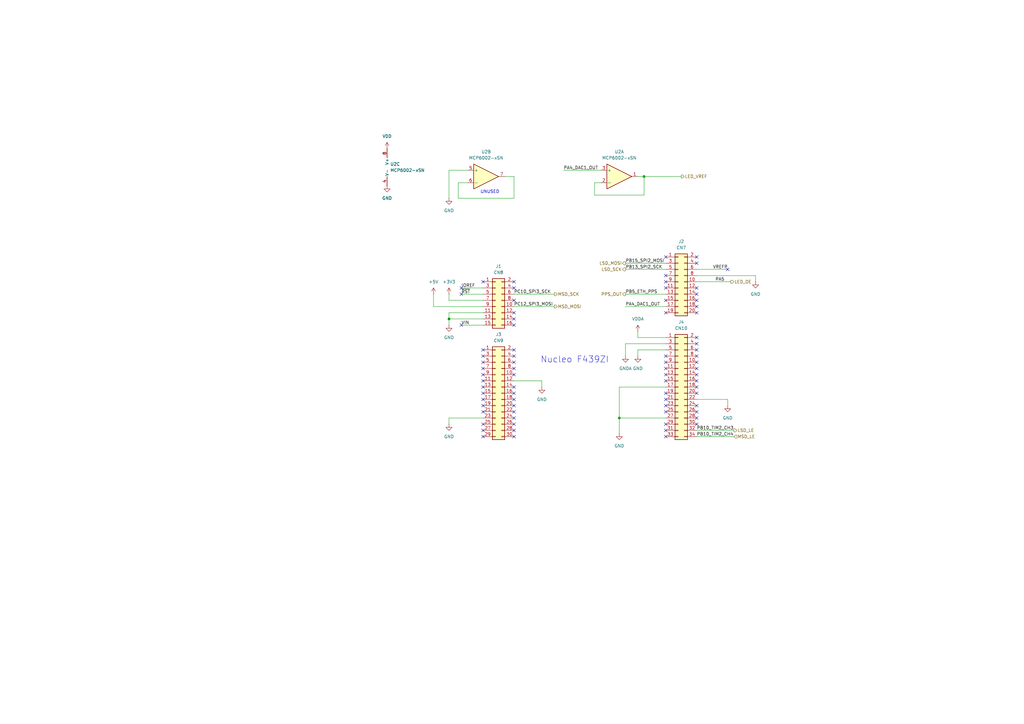
<source format=kicad_sch>
(kicad_sch (version 20250114) (generator "eeschema") (generator_version "9.0")
  (paper "A3")
  (lib_symbols
    (symbol "Amplifier_Operational:MCP6002-xSN" (pin_names (offset 0.127))
      (property "Reference" "U" (at 0 5.08 0))
      (property "Value" "MCP6002-xSN" (at 0 -5.08 0))
      (symbol "MCP6002-xSN_1_1"
        (polyline (pts (xy -5.08 5.08) (xy 5.08 0) (xy -5.08 -5.08) (xy -5.08 5.08)) (stroke (width 0.254)) (fill (type background)))
        (pin input line (at -7.62 2.54 0) (length 2.54) (name "+") (number "3"))
        (pin input line (at -7.62 -2.54 0) (length 2.54) (name "-") (number "2"))
        (pin output line (at 7.62 0 180) (length 2.54) (name "~") (number "1"))
      )
      (symbol "MCP6002-xSN_2_1"
        (polyline (pts (xy -5.08 5.08) (xy 5.08 0) (xy -5.08 -5.08) (xy -5.08 5.08)) (stroke (width 0.254)) (fill (type background)))
        (pin input line (at -7.62 2.54 0) (length 2.54) (name "+") (number "5"))
        (pin input line (at -7.62 -2.54 0) (length 2.54) (name "-") (number "6"))
        (pin output line (at 7.62 0 180) (length 2.54) (name "~") (number "7"))
      )
      (symbol "MCP6002-xSN_3_1"
        (pin power_in line (at -2.54 7.62 270) (length 3.81) (name "V+") (number "8"))
        (pin power_in line (at -2.54 -7.62 90) (length 3.81) (name "V-") (number "4"))
      )
    )
    (symbol "Connector_Generic:Conn_02x08_Odd_Even" (pin_names (offset 1.016) (hide yes))
      (property "Reference" "J" (at 1.27 10.16 0))
      (property "Value" "Conn_02x08_Odd_Even" (at 1.27 -12.7 0))
      (symbol "Conn_02x08_Odd_Even_1_1"
        (rectangle (start -1.27 8.89) (end 3.81 -11.43) (stroke (width 0.254)) (fill (type background)))
        (rectangle (start -1.27 7.747) (end 0 7.493) (stroke (width 0.1524)))
        (rectangle (start -1.27 5.207) (end 0 4.953) (stroke (width 0.1524)))
        (rectangle (start -1.27 2.667) (end 0 2.413) (stroke (width 0.1524)))
        (rectangle (start -1.27 0.127) (end 0 -0.127) (stroke (width 0.1524)))
        (rectangle (start -1.27 -2.413) (end 0 -2.667) (stroke (width 0.1524)))
        (rectangle (start -1.27 -4.953) (end 0 -5.207) (stroke (width 0.1524)))
        (rectangle (start -1.27 -7.493) (end 0 -7.747) (stroke (width 0.1524)))
        (rectangle (start -1.27 -10.033) (end 0 -10.287) (stroke (width 0.1524)))
        (rectangle (start 3.81 7.747) (end 2.54 7.493) (stroke (width 0.1524)))
        (rectangle (start 3.81 5.207) (end 2.54 4.953) (stroke (width 0.1524)))
        (rectangle (start 3.81 2.667) (end 2.54 2.413) (stroke (width 0.1524)))
        (rectangle (start 3.81 0.127) (end 2.54 -0.127) (stroke (width 0.1524)))
        (rectangle (start 3.81 -2.413) (end 2.54 -2.667) (stroke (width 0.1524)))
        (rectangle (start 3.81 -4.953) (end 2.54 -5.207) (stroke (width 0.1524)))
        (rectangle (start 3.81 -7.493) (end 2.54 -7.747) (stroke (width 0.1524)))
        (rectangle (start 3.81 -10.033) (end 2.54 -10.287) (stroke (width 0.1524)))
        (pin passive line (at -5.08 7.62 0) (length 3.81) (name "Pin_1") (number "1"))
        (pin passive line (at -5.08 5.08 0) (length 3.81) (name "Pin_3") (number "3"))
        (pin passive line (at -5.08 2.54 0) (length 3.81) (name "Pin_5") (number "5"))
        (pin passive line (at -5.08 0 0) (length 3.81) (name "Pin_7") (number "7"))
        (pin passive line (at -5.08 -2.54 0) (length 3.81) (name "Pin_9") (number "9"))
        (pin passive line (at -5.08 -5.08 0) (length 3.81) (name "Pin_11") (number "11"))
        (pin passive line (at -5.08 -7.62 0) (length 3.81) (name "Pin_13") (number "13"))
        (pin passive line (at -5.08 -10.16 0) (length 3.81) (name "Pin_15") (number "15"))
        (pin passive line (at 7.62 7.62 180) (length 3.81) (name "Pin_2") (number "2"))
        (pin passive line (at 7.62 5.08 180) (length 3.81) (name "Pin_4") (number "4"))
        (pin passive line (at 7.62 2.54 180) (length 3.81) (name "Pin_6") (number "6"))
        (pin passive line (at 7.62 0 180) (length 3.81) (name "Pin_8") (number "8"))
        (pin passive line (at 7.62 -2.54 180) (length 3.81) (name "Pin_10") (number "10"))
        (pin passive line (at 7.62 -5.08 180) (length 3.81) (name "Pin_12") (number "12"))
        (pin passive line (at 7.62 -7.62 180) (length 3.81) (name "Pin_14") (number "14"))
        (pin passive line (at 7.62 -10.16 180) (length 3.81) (name "Pin_16") (number "16"))
      )
    )
    (symbol "Connector_Generic:Conn_02x10_Odd_Even" (pin_names (offset 1.016) (hide yes))
      (property "Reference" "J" (at 1.27 12.7 0))
      (property "Value" "Conn_02x10_Odd_Even" (at 1.27 -15.24 0))
      (symbol "Conn_02x10_Odd_Even_1_1"
        (rectangle (start -1.27 11.43) (end 3.81 -13.97) (stroke (width 0.254)) (fill (type background)))
        (rectangle (start -1.27 10.287) (end 0 10.033) (stroke (width 0.1524)))
        (rectangle (start -1.27 7.747) (end 0 7.493) (stroke (width 0.1524)))
        (rectangle (start -1.27 5.207) (end 0 4.953) (stroke (width 0.1524)))
        (rectangle (start -1.27 2.667) (end 0 2.413) (stroke (width 0.1524)))
        (rectangle (start -1.27 0.127) (end 0 -0.127) (stroke (width 0.1524)))
        (rectangle (start -1.27 -2.413) (end 0 -2.667) (stroke (width 0.1524)))
        (rectangle (start -1.27 -4.953) (end 0 -5.207) (stroke (width 0.1524)))
        (rectangle (start -1.27 -7.493) (end 0 -7.747) (stroke (width 0.1524)))
        (rectangle (start -1.27 -10.033) (end 0 -10.287) (stroke (width 0.1524)))
        (rectangle (start -1.27 -12.573) (end 0 -12.827) (stroke (width 0.1524)))
        (rectangle (start 3.81 10.287) (end 2.54 10.033) (stroke (width 0.1524)))
        (rectangle (start 3.81 7.747) (end 2.54 7.493) (stroke (width 0.1524)))
        (rectangle (start 3.81 5.207) (end 2.54 4.953) (stroke (width 0.1524)))
        (rectangle (start 3.81 2.667) (end 2.54 2.413) (stroke (width 0.1524)))
        (rectangle (start 3.81 0.127) (end 2.54 -0.127) (stroke (width 0.1524)))
        (rectangle (start 3.81 -2.413) (end 2.54 -2.667) (stroke (width 0.1524)))
        (rectangle (start 3.81 -4.953) (end 2.54 -5.207) (stroke (width 0.1524)))
        (rectangle (start 3.81 -7.493) (end 2.54 -7.747) (stroke (width 0.1524)))
        (rectangle (start 3.81 -10.033) (end 2.54 -10.287) (stroke (width 0.1524)))
        (rectangle (start 3.81 -12.573) (end 2.54 -12.827) (stroke (width 0.1524)))
        (pin passive line (at -5.08 10.16 0) (length 3.81) (name "Pin_1") (number "1"))
        (pin passive line (at -5.08 7.62 0) (length 3.81) (name "Pin_3") (number "3"))
        (pin passive line (at -5.08 5.08 0) (length 3.81) (name "Pin_5") (number "5"))
        (pin passive line (at -5.08 2.54 0) (length 3.81) (name "Pin_7") (number "7"))
        (pin passive line (at -5.08 0 0) (length 3.81) (name "Pin_9") (number "9"))
        (pin passive line (at -5.08 -2.54 0) (length 3.81) (name "Pin_11") (number "11"))
        (pin passive line (at -5.08 -5.08 0) (length 3.81) (name "Pin_13") (number "13"))
        (pin passive line (at -5.08 -7.62 0) (length 3.81) (name "Pin_15") (number "15"))
        (pin passive line (at -5.08 -10.16 0) (length 3.81) (name "Pin_17") (number "17"))
        (pin passive line (at -5.08 -12.7 0) (length 3.81) (name "Pin_19") (number "19"))
        (pin passive line (at 7.62 10.16 180) (length 3.81) (name "Pin_2") (number "2"))
        (pin passive line (at 7.62 7.62 180) (length 3.81) (name "Pin_4") (number "4"))
        (pin passive line (at 7.62 5.08 180) (length 3.81) (name "Pin_6") (number "6"))
        (pin passive line (at 7.62 2.54 180) (length 3.81) (name "Pin_8") (number "8"))
        (pin passive line (at 7.62 0 180) (length 3.81) (name "Pin_10") (number "10"))
        (pin passive line (at 7.62 -2.54 180) (length 3.81) (name "Pin_12") (number "12"))
        (pin passive line (at 7.62 -5.08 180) (length 3.81) (name "Pin_14") (number "14"))
        (pin passive line (at 7.62 -7.62 180) (length 3.81) (name "Pin_16") (number "16"))
        (pin passive line (at 7.62 -10.16 180) (length 3.81) (name "Pin_18") (number "18"))
        (pin passive line (at 7.62 -12.7 180) (length 3.81) (name "Pin_20") (number "20"))
      )
    )
    (symbol "Connector_Generic:Conn_02x15_Odd_Even" (pin_names (offset 1.016) (hide yes))
      (property "Reference" "J" (at 1.27 20.32 0))
      (property "Value" "Conn_02x15_Odd_Even" (at 1.27 -20.32 0))
      (symbol "Conn_02x15_Odd_Even_1_1"
        (rectangle (start -1.27 19.05) (end 3.81 -19.05) (stroke (width 0.254)) (fill (type background)))
        (rectangle (start -1.27 17.907) (end 0 17.653) (stroke (width 0.1524)))
        (rectangle (start -1.27 15.367) (end 0 15.113) (stroke (width 0.1524)))
        (rectangle (start -1.27 12.827) (end 0 12.573) (stroke (width 0.1524)))
        (rectangle (start -1.27 10.287) (end 0 10.033) (stroke (width 0.1524)))
        (rectangle (start -1.27 7.747) (end 0 7.493) (stroke (width 0.1524)))
        (rectangle (start -1.27 5.207) (end 0 4.953) (stroke (width 0.1524)))
        (rectangle (start -1.27 2.667) (end 0 2.413) (stroke (width 0.1524)))
        (rectangle (start -1.27 0.127) (end 0 -0.127) (stroke (width 0.1524)))
        (rectangle (start -1.27 -2.413) (end 0 -2.667) (stroke (width 0.1524)))
        (rectangle (start -1.27 -4.953) (end 0 -5.207) (stroke (width 0.1524)))
        (rectangle (start -1.27 -7.493) (end 0 -7.747) (stroke (width 0.1524)))
        (rectangle (start -1.27 -10.033) (end 0 -10.287) (stroke (width 0.1524)))
        (rectangle (start -1.27 -12.573) (end 0 -12.827) (stroke (width 0.1524)))
        (rectangle (start -1.27 -15.113) (end 0 -15.367) (stroke (width 0.1524)))
        (rectangle (start -1.27 -17.653) (end 0 -17.907) (stroke (width 0.1524)))
        (rectangle (start 3.81 17.907) (end 2.54 17.653) (stroke (width 0.1524)))
        (rectangle (start 3.81 15.367) (end 2.54 15.113) (stroke (width 0.1524)))
        (rectangle (start 3.81 12.827) (end 2.54 12.573) (stroke (width 0.1524)))
        (rectangle (start 3.81 10.287) (end 2.54 10.033) (stroke (width 0.1524)))
        (rectangle (start 3.81 7.747) (end 2.54 7.493) (stroke (width 0.1524)))
        (rectangle (start 3.81 5.207) (end 2.54 4.953) (stroke (width 0.1524)))
        (rectangle (start 3.81 2.667) (end 2.54 2.413) (stroke (width 0.1524)))
        (rectangle (start 3.81 0.127) (end 2.54 -0.127) (stroke (width 0.1524)))
        (rectangle (start 3.81 -2.413) (end 2.54 -2.667) (stroke (width 0.1524)))
        (rectangle (start 3.81 -4.953) (end 2.54 -5.207) (stroke (width 0.1524)))
        (rectangle (start 3.81 -7.493) (end 2.54 -7.747) (stroke (width 0.1524)))
        (rectangle (start 3.81 -10.033) (end 2.54 -10.287) (stroke (width 0.1524)))
        (rectangle (start 3.81 -12.573) (end 2.54 -12.827) (stroke (width 0.1524)))
        (rectangle (start 3.81 -15.113) (end 2.54 -15.367) (stroke (width 0.1524)))
        (rectangle (start 3.81 -17.653) (end 2.54 -17.907) (stroke (width 0.1524)))
        (pin passive line (at -5.08 17.78 0) (length 3.81) (name "Pin_1") (number "1"))
        (pin passive line (at -5.08 15.24 0) (length 3.81) (name "Pin_3") (number "3"))
        (pin passive line (at -5.08 12.7 0) (length 3.81) (name "Pin_5") (number "5"))
        (pin passive line (at -5.08 10.16 0) (length 3.81) (name "Pin_7") (number "7"))
        (pin passive line (at -5.08 7.62 0) (length 3.81) (name "Pin_9") (number "9"))
        (pin passive line (at -5.08 5.08 0) (length 3.81) (name "Pin_11") (number "11"))
        (pin passive line (at -5.08 2.54 0) (length 3.81) (name "Pin_13") (number "13"))
        (pin passive line (at -5.08 0 0) (length 3.81) (name "Pin_15") (number "15"))
        (pin passive line (at -5.08 -2.54 0) (length 3.81) (name "Pin_17") (number "17"))
        (pin passive line (at -5.08 -5.08 0) (length 3.81) (name "Pin_19") (number "19"))
        (pin passive line (at -5.08 -7.62 0) (length 3.81) (name "Pin_21") (number "21"))
        (pin passive line (at -5.08 -10.16 0) (length 3.81) (name "Pin_23") (number "23"))
        (pin passive line (at -5.08 -12.7 0) (length 3.81) (name "Pin_25") (number "25"))
        (pin passive line (at -5.08 -15.24 0) (length 3.81) (name "Pin_27") (number "27"))
        (pin passive line (at -5.08 -17.78 0) (length 3.81) (name "Pin_29") (number "29"))
        (pin passive line (at 7.62 17.78 180) (length 3.81) (name "Pin_2") (number "2"))
        (pin passive line (at 7.62 15.24 180) (length 3.81) (name "Pin_4") (number "4"))
        (pin passive line (at 7.62 12.7 180) (length 3.81) (name "Pin_6") (number "6"))
        (pin passive line (at 7.62 10.16 180) (length 3.81) (name "Pin_8") (number "8"))
        (pin passive line (at 7.62 7.62 180) (length 3.81) (name "Pin_10") (number "10"))
        (pin passive line (at 7.62 5.08 180) (length 3.81) (name "Pin_12") (number "12"))
        (pin passive line (at 7.62 2.54 180) (length 3.81) (name "Pin_14") (number "14"))
        (pin passive line (at 7.62 0 180) (length 3.81) (name "Pin_16") (number "16"))
        (pin passive line (at 7.62 -2.54 180) (length 3.81) (name "Pin_18") (number "18"))
        (pin passive line (at 7.62 -5.08 180) (length 3.81) (name "Pin_20") (number "20"))
        (pin passive line (at 7.62 -7.62 180) (length 3.81) (name "Pin_22") (number "22"))
        (pin passive line (at 7.62 -10.16 180) (length 3.81) (name "Pin_24") (number "24"))
        (pin passive line (at 7.62 -12.7 180) (length 3.81) (name "Pin_26") (number "26"))
        (pin passive line (at 7.62 -15.24 180) (length 3.81) (name "Pin_28") (number "28"))
        (pin passive line (at 7.62 -17.78 180) (length 3.81) (name "Pin_30") (number "30"))
      )
    )
    (symbol "Connector_Generic:Conn_02x17_Odd_Even" (pin_names (offset 1.016) (hide yes))
      (property "Reference" "J" (at 1.27 22.86 0))
      (property "Value" "Conn_02x17_Odd_Even" (at 1.27 -22.86 0))
      (symbol "Conn_02x17_Odd_Even_1_1"
        (rectangle (start -1.27 21.59) (end 3.81 -21.59) (stroke (width 0.254)) (fill (type background)))
        (rectangle (start -1.27 20.447) (end 0 20.193) (stroke (width 0.1524)))
        (rectangle (start -1.27 17.907) (end 0 17.653) (stroke (width 0.1524)))
        (rectangle (start -1.27 15.367) (end 0 15.113) (stroke (width 0.1524)))
        (rectangle (start -1.27 12.827) (end 0 12.573) (stroke (width 0.1524)))
        (rectangle (start -1.27 10.287) (end 0 10.033) (stroke (width 0.1524)))
        (rectangle (start -1.27 7.747) (end 0 7.493) (stroke (width 0.1524)))
        (rectangle (start -1.27 5.207) (end 0 4.953) (stroke (width 0.1524)))
        (rectangle (start -1.27 2.667) (end 0 2.413) (stroke (width 0.1524)))
        (rectangle (start -1.27 0.127) (end 0 -0.127) (stroke (width 0.1524)))
        (rectangle (start -1.27 -2.413) (end 0 -2.667) (stroke (width 0.1524)))
        (rectangle (start -1.27 -4.953) (end 0 -5.207) (stroke (width 0.1524)))
        (rectangle (start -1.27 -7.493) (end 0 -7.747) (stroke (width 0.1524)))
        (rectangle (start -1.27 -10.033) (end 0 -10.287) (stroke (width 0.1524)))
        (rectangle (start -1.27 -12.573) (end 0 -12.827) (stroke (width 0.1524)))
        (rectangle (start -1.27 -15.113) (end 0 -15.367) (stroke (width 0.1524)))
        (rectangle (start -1.27 -17.653) (end 0 -17.907) (stroke (width 0.1524)))
        (rectangle (start -1.27 -20.193) (end 0 -20.447) (stroke (width 0.1524)))
        (rectangle (start 3.81 20.447) (end 2.54 20.193) (stroke (width 0.1524)))
        (rectangle (start 3.81 17.907) (end 2.54 17.653) (stroke (width 0.1524)))
        (rectangle (start 3.81 15.367) (end 2.54 15.113) (stroke (width 0.1524)))
        (rectangle (start 3.81 12.827) (end 2.54 12.573) (stroke (width 0.1524)))
        (rectangle (start 3.81 10.287) (end 2.54 10.033) (stroke (width 0.1524)))
        (rectangle (start 3.81 7.747) (end 2.54 7.493) (stroke (width 0.1524)))
        (rectangle (start 3.81 5.207) (end 2.54 4.953) (stroke (width 0.1524)))
        (rectangle (start 3.81 2.667) (end 2.54 2.413) (stroke (width 0.1524)))
        (rectangle (start 3.81 0.127) (end 2.54 -0.127) (stroke (width 0.1524)))
        (rectangle (start 3.81 -2.413) (end 2.54 -2.667) (stroke (width 0.1524)))
        (rectangle (start 3.81 -4.953) (end 2.54 -5.207) (stroke (width 0.1524)))
        (rectangle (start 3.81 -7.493) (end 2.54 -7.747) (stroke (width 0.1524)))
        (rectangle (start 3.81 -10.033) (end 2.54 -10.287) (stroke (width 0.1524)))
        (rectangle (start 3.81 -12.573) (end 2.54 -12.827) (stroke (width 0.1524)))
        (rectangle (start 3.81 -15.113) (end 2.54 -15.367) (stroke (width 0.1524)))
        (rectangle (start 3.81 -17.653) (end 2.54 -17.907) (stroke (width 0.1524)))
        (rectangle (start 3.81 -20.193) (end 2.54 -20.447) (stroke (width 0.1524)))
        (pin passive line (at -5.08 20.32 0) (length 3.81) (name "Pin_1") (number "1"))
        (pin passive line (at -5.08 17.78 0) (length 3.81) (name "Pin_3") (number "3"))
        (pin passive line (at -5.08 15.24 0) (length 3.81) (name "Pin_5") (number "5"))
        (pin passive line (at -5.08 12.7 0) (length 3.81) (name "Pin_7") (number "7"))
        (pin passive line (at -5.08 10.16 0) (length 3.81) (name "Pin_9") (number "9"))
        (pin passive line (at -5.08 7.62 0) (length 3.81) (name "Pin_11") (number "11"))
        (pin passive line (at -5.08 5.08 0) (length 3.81) (name "Pin_13") (number "13"))
        (pin passive line (at -5.08 2.54 0) (length 3.81) (name "Pin_15") (number "15"))
        (pin passive line (at -5.08 0 0) (length 3.81) (name "Pin_17") (number "17"))
        (pin passive line (at -5.08 -2.54 0) (length 3.81) (name "Pin_19") (number "19"))
        (pin passive line (at -5.08 -5.08 0) (length 3.81) (name "Pin_21") (number "21"))
        (pin passive line (at -5.08 -7.62 0) (length 3.81) (name "Pin_23") (number "23"))
        (pin passive line (at -5.08 -10.16 0) (length 3.81) (name "Pin_25") (number "25"))
        (pin passive line (at -5.08 -12.7 0) (length 3.81) (name "Pin_27") (number "27"))
        (pin passive line (at -5.08 -15.24 0) (length 3.81) (name "Pin_29") (number "29"))
        (pin passive line (at -5.08 -17.78 0) (length 3.81) (name "Pin_31") (number "31"))
        (pin passive line (at -5.08 -20.32 0) (length 3.81) (name "Pin_33") (number "33"))
        (pin passive line (at 7.62 20.32 180) (length 3.81) (name "Pin_2") (number "2"))
        (pin passive line (at 7.62 17.78 180) (length 3.81) (name "Pin_4") (number "4"))
        (pin passive line (at 7.62 15.24 180) (length 3.81) (name "Pin_6") (number "6"))
        (pin passive line (at 7.62 12.7 180) (length 3.81) (name "Pin_8") (number "8"))
        (pin passive line (at 7.62 10.16 180) (length 3.81) (name "Pin_10") (number "10"))
        (pin passive line (at 7.62 7.62 180) (length 3.81) (name "Pin_12") (number "12"))
        (pin passive line (at 7.62 5.08 180) (length 3.81) (name "Pin_14") (number "14"))
        (pin passive line (at 7.62 2.54 180) (length 3.81) (name "Pin_16") (number "16"))
        (pin passive line (at 7.62 0 180) (length 3.81) (name "Pin_18") (number "18"))
        (pin passive line (at 7.62 -2.54 180) (length 3.81) (name "Pin_20") (number "20"))
        (pin passive line (at 7.62 -5.08 180) (length 3.81) (name "Pin_22") (number "22"))
        (pin passive line (at 7.62 -7.62 180) (length 3.81) (name "Pin_24") (number "24"))
        (pin passive line (at 7.62 -10.16 180) (length 3.81) (name "Pin_26") (number "26"))
        (pin passive line (at 7.62 -12.7 180) (length 3.81) (name "Pin_28") (number "28"))
        (pin passive line (at 7.62 -15.24 180) (length 3.81) (name "Pin_30") (number "30"))
        (pin passive line (at 7.62 -17.78 180) (length 3.81) (name "Pin_32") (number "32"))
        (pin passive line (at 7.62 -20.32 180) (length 3.81) (name "Pin_34") (number "34"))
      )
    )
    (symbol "power:+3V3" (power) (pin_numbers (hide yes)) (pin_names (offset 0) (hide yes))
      (property "Value" "+3V3" (at 0 3.556 0))
      (symbol "+3V3_0_1"
        (polyline (pts (xy -0.762 1.27) (xy 0 2.54)))
        (polyline (pts (xy 0 2.54) (xy 0.762 1.27)))
        (polyline (pts (xy 0 0) (xy 0 2.54)))
      )
      (symbol "+3V3_1_1"
        (pin power_in line (at 0 0 90) (length 0) (name "~") (number "1"))
      )
    )
    (symbol "power:+5V" (power) (pin_numbers (hide yes)) (pin_names (offset 0) (hide yes))
      (property "Value" "+5V" (at 0 3.556 0))
      (symbol "+5V_0_1"
        (polyline (pts (xy -0.762 1.27) (xy 0 2.54)))
        (polyline (pts (xy 0 2.54) (xy 0.762 1.27)))
        (polyline (pts (xy 0 0) (xy 0 2.54)))
      )
      (symbol "+5V_1_1"
        (pin power_in line (at 0 0 90) (length 0) (name "~") (number "1"))
      )
    )
    (symbol "power:GND" (power) (pin_numbers (hide yes)) (pin_names (offset 0) (hide yes))
      (property "Value" "GND" (at 0 -3.81 0))
      (symbol "GND_0_1"
        (polyline (pts (xy 0 0) (xy 0 -1.27) (xy 1.27 -1.27) (xy 0 -2.54) (xy -1.27 -1.27) (xy 0 -1.27)))
      )
      (symbol "GND_1_1"
        (pin power_in line (at 0 0 270) (length 0) (name "~") (number "1"))
      )
    )
    (symbol "power:GNDA" (power) (pin_numbers (hide yes)) (pin_names (offset 0) (hide yes))
      (property "Value" "GNDA" (at 0 -3.81 0))
      (symbol "GNDA_0_1"
        (polyline (pts (xy 0 0) (xy 0 -1.27) (xy 1.27 -1.27) (xy 0 -2.54) (xy -1.27 -1.27) (xy 0 -1.27)))
      )
      (symbol "GNDA_1_1"
        (pin power_in line (at 0 0 270) (length 0) (name "~") (number "1"))
      )
    )
    (symbol "power:VDD" (power) (pin_numbers (hide yes)) (pin_names (offset 0) (hide yes))
      (property "Value" "VDD" (at 0 3.556 0))
      (symbol "VDD_0_1"
        (polyline (pts (xy -0.762 1.27) (xy 0 2.54)))
        (polyline (pts (xy 0 2.54) (xy 0.762 1.27)))
        (polyline (pts (xy 0 0) (xy 0 2.54)))
      )
      (symbol "VDD_1_1"
        (pin power_in line (at 0 0 90) (length 0) (name "~") (number "1"))
      )
    )
    (symbol "power:VDDA" (power) (pin_numbers (hide yes)) (pin_names (offset 0) (hide yes))
      (property "Value" "VDDA" (at 0 3.556 0))
      (symbol "VDDA_0_1"
        (polyline (pts (xy -0.762 1.27) (xy 0 2.54)))
        (polyline (pts (xy 0 2.54) (xy 0.762 1.27)))
        (polyline (pts (xy 0 0) (xy 0 2.54)))
      )
      (symbol "VDDA_1_1"
        (pin power_in line (at 0 0 90) (length 0) (name "~") (number "1"))
      )
    )
  )
  (text "UNUSED" (at 200.914 78.74 0) (effects (font (size 1.27 1.27))))
  (text "Nucleo F439ZI" (at 235.712 147.574 0) (effects (font (size 2.54 2.54))))
  (junction (at 264.16 72.39))
  (junction (at 184.15 130.81))
  (junction (at 254 171.45))
  (no_connect (at 273.05 179.07))
  (no_connect (at 273.05 123.19))
  (no_connect (at 285.75 171.45))
  (no_connect (at 198.12 158.75))
  (no_connect (at 198.12 163.83))
  (no_connect (at 285.75 148.59))
  (no_connect (at 210.82 133.35))
  (no_connect (at 210.82 151.13))
  (no_connect (at 273.05 151.13))
  (no_connect (at 210.82 176.53))
  (no_connect (at 210.82 118.11))
  (no_connect (at 210.82 173.99))
  (no_connect (at 273.05 163.83))
  (no_connect (at 273.05 173.99))
  (no_connect (at 273.05 146.05))
  (no_connect (at 210.82 171.45))
  (no_connect (at 285.75 161.29))
  (no_connect (at 273.05 128.27))
  (no_connect (at 273.05 168.91))
  (no_connect (at 273.05 105.41))
  (no_connect (at 198.12 161.29))
  (no_connect (at 210.82 153.67))
  (no_connect (at 273.05 166.37))
  (no_connect (at 285.75 168.91))
  (no_connect (at 210.82 123.19))
  (no_connect (at 210.82 168.91))
  (no_connect (at 285.75 128.27))
  (no_connect (at 285.75 146.05))
  (no_connect (at 285.75 173.99))
  (no_connect (at 198.12 173.99))
  (no_connect (at 198.12 168.91))
  (no_connect (at 285.75 143.51))
  (no_connect (at 210.82 166.37))
  (no_connect (at 198.12 151.13))
  (no_connect (at 210.82 148.59))
  (no_connect (at 273.05 161.29))
  (no_connect (at 210.82 115.57))
  (no_connect (at 189.23 118.11))
  (no_connect (at 285.75 107.95))
  (no_connect (at 210.82 163.83))
  (no_connect (at 285.75 158.75))
  (no_connect (at 198.12 115.57))
  (no_connect (at 285.75 118.11))
  (no_connect (at 273.05 113.03))
  (no_connect (at 210.82 158.75))
  (no_connect (at 198.12 143.51))
  (no_connect (at 285.75 125.73))
  (no_connect (at 210.82 128.27))
  (no_connect (at 285.75 166.37))
  (no_connect (at 198.12 176.53))
  (no_connect (at 210.82 161.29))
  (no_connect (at 273.05 176.53))
  (no_connect (at 285.75 120.65))
  (no_connect (at 198.12 179.07))
  (no_connect (at 189.23 133.35))
  (no_connect (at 285.75 153.67))
  (no_connect (at 198.12 153.67))
  (no_connect (at 273.05 148.59))
  (no_connect (at 285.75 140.97))
  (no_connect (at 210.82 130.81))
  (no_connect (at 198.12 156.21))
  (no_connect (at 210.82 179.07))
  (no_connect (at 285.75 151.13))
  (no_connect (at 298.45 110.49))
  (no_connect (at 273.05 115.57))
  (no_connect (at 285.75 138.43))
  (no_connect (at 273.05 118.11))
  (no_connect (at 189.23 120.65))
  (no_connect (at 198.12 148.59))
  (no_connect (at 285.75 156.21))
  (no_connect (at 285.75 123.19))
  (no_connect (at 273.05 153.67))
  (no_connect (at 285.75 105.41))
  (no_connect (at 273.05 156.21))
  (no_connect (at 210.82 143.51))
  (no_connect (at 198.12 146.05))
  (no_connect (at 198.12 166.37))
  (no_connect (at 210.82 146.05))
  (wire (pts (xy 210.82 156.21) (xy 222.25 156.21)))
  (wire (pts (xy 273.05 140.97) (xy 256.54 140.97)))
  (wire (pts (xy 243.84 74.93) (xy 243.84 80.01)))
  (wire (pts (xy 285.75 115.57) (xy 299.72 115.57)))
  (wire (pts (xy 191.77 69.85) (xy 184.15 69.85)))
  (wire (pts (xy 187.96 81.28) (xy 210.82 81.28)))
  (wire (pts (xy 184.15 128.27) (xy 184.15 130.81)))
  (wire (pts (xy 285.75 110.49) (xy 298.45 110.49)))
  (wire (pts (xy 231.14 69.85) (xy 246.38 69.85)))
  (wire (pts (xy 210.82 125.73) (xy 227.33 125.73)))
  (wire (pts (xy 210.82 72.39) (xy 207.01 72.39)))
  (wire (pts (xy 264.16 80.01) (xy 264.16 72.39)))
  (wire (pts (xy 285.75 179.07) (xy 300.99 179.07)))
  (wire (pts (xy 243.84 80.01) (xy 264.16 80.01)))
  (wire (pts (xy 210.82 81.28) (xy 210.82 72.39)))
  (wire (pts (xy 184.15 130.81) (xy 184.15 133.35)))
  (wire (pts (xy 273.05 143.51) (xy 261.62 143.51)))
  (wire (pts (xy 198.12 128.27) (xy 184.15 128.27)))
  (wire (pts (xy 256.54 110.49) (xy 273.05 110.49)))
  (wire (pts (xy 189.23 133.35) (xy 198.12 133.35)))
  (wire (pts (xy 246.38 74.93) (xy 243.84 74.93)))
  (wire (pts (xy 189.23 120.65) (xy 198.12 120.65)))
  (wire (pts (xy 184.15 120.65) (xy 184.15 123.19)))
  (wire (pts (xy 222.25 156.21) (xy 222.25 158.75)))
  (wire (pts (xy 189.23 118.11) (xy 198.12 118.11)))
  (wire (pts (xy 273.05 138.43) (xy 261.62 138.43)))
  (wire (pts (xy 256.54 140.97) (xy 256.54 146.05)))
  (wire (pts (xy 285.75 176.53) (xy 300.99 176.53)))
  (wire (pts (xy 285.75 163.83) (xy 298.45 163.83)))
  (wire (pts (xy 256.54 125.73) (xy 273.05 125.73)))
  (wire (pts (xy 198.12 171.45) (xy 184.15 171.45)))
  (wire (pts (xy 184.15 130.81) (xy 198.12 130.81)))
  (wire (pts (xy 285.75 113.03) (xy 309.88 113.03)))
  (wire (pts (xy 254 158.75) (xy 254 171.45)))
  (wire (pts (xy 254 171.45) (xy 273.05 171.45)))
  (wire (pts (xy 309.88 113.03) (xy 309.88 115.57)))
  (wire (pts (xy 256.54 107.95) (xy 273.05 107.95)))
  (wire (pts (xy 256.54 120.65) (xy 273.05 120.65)))
  (wire (pts (xy 198.12 125.73) (xy 177.8 125.73)))
  (wire (pts (xy 254 171.45) (xy 254 177.8)))
  (wire (pts (xy 184.15 171.45) (xy 184.15 173.99)))
  (wire (pts (xy 264.16 72.39) (xy 261.62 72.39)))
  (wire (pts (xy 210.82 120.65) (xy 227.33 120.65)))
  (wire (pts (xy 273.05 158.75) (xy 254 158.75)))
  (wire (pts (xy 261.62 138.43) (xy 261.62 135.89)))
  (wire (pts (xy 184.15 123.19) (xy 198.12 123.19)))
  (wire (pts (xy 184.15 69.85) (xy 184.15 81.28)))
  (wire (pts (xy 298.45 163.83) (xy 298.45 166.37)))
  (wire (pts (xy 191.77 74.93) (xy 187.96 74.93)))
  (wire (pts (xy 187.96 74.93) (xy 187.96 81.28)))
  (wire (pts (xy 177.8 125.73) (xy 177.8 120.65)))
  (wire (pts (xy 261.62 143.51) (xy 261.62 146.05)))
  (wire (pts (xy 264.16 72.39) (xy 279.4 72.39)))
  (label "PB15_SPI2_MOSI" (at 256.54 107.95 0))
  (label "PB5_ETH_PPS" (at 256.54 120.65 0))
  (label "PA4_DAC1_OUT" (at 256.54 125.73 0))
  (label "~{RST}" (at 189.23 120.65 0))
  (label "PB13_SPI2_SCK" (at 256.54 110.49 0))
  (label "PA5" (at 293.37 115.57 0))
  (label "PC10_SPI3_SCK" (at 210.82 120.65 0))
  (label "PB10_TIM2_CH3" (at 285.75 176.53 0))
  (label "PA4_DAC1_OUT" (at 231.14 69.85 0))
  (label "VIN" (at 189.23 133.35 0))
  (label "IOREF" (at 189.23 118.11 0))
  (label "PC12_SPI3_MOSI" (at 210.82 125.73 0))
  (label "PB10_TIM2_CH4" (at 285.75 179.07 0))
  (label "VREFP" (at 298.45 110.49 180))
  (hierarchical_label "MSD_LE" (shape input) (at 300.99 179.07 0))
  (hierarchical_label "MSD_SCK" (shape output) (at 227.33 120.65 0))
  (hierarchical_label "PPS_OUT" (shape output) (at 256.54 120.65 180))
  (hierarchical_label "LSD_MOSI" (shape output) (at 256.54 107.95 180))
  (hierarchical_label "MSD_MOSI" (shape output) (at 227.33 125.73 0))
  (hierarchical_label "LED_OE" (shape output) (at 299.72 115.57 0))
  (hierarchical_label "LED_VREF" (shape output) (at 279.4 72.39 0))
  (hierarchical_label "LSD_SCK" (shape output) (at 256.54 110.49 180))
  (hierarchical_label "LSD_LE" (shape output) (at 300.99 176.53 0))
  (symbol (lib_id "power:GNDA") (at 256.54 146.05 0) (unit 1)
    (property "Reference" "#PWR028" (effects (hide yes)))
    (property "Value" "GNDA" (at 256.54 151.13 0))
    (property "Description" "Power symbol creates a global label with name \"GNDA\" , analog ground" (effects (hide yes)))
  )
  (symbol (lib_id "Amplifier_Operational:MCP6002-xSN") (at 161.29 68.58 0) (unit 3)
    (property "Reference" "U2" (at 160.02 67.3099 0) (effects (justify left)))
    (property "Value" "MCP6002-xSN" (at 160.02 69.8499 0) (effects (justify left)))
    (property "Footprint" "Package_SO:SOIC-8_3.9x4.9mm_P1.27mm" (effects (hide yes)))
    (property "Datasheet" "http://ww1.microchip.com/downloads/en/DeviceDoc/21733j.pdf" (effects (hide yes)))
    (property "Description" "1MHz, Low-Power Op Amp, SOIC-8" (effects (hide yes)))
    (property "LCSC" "C7377" (effects (hide yes)))
  )
  (symbol (lib_id "Connector_Generic:Conn_02x10_Odd_Even") (at 278.13 115.57 0) (unit 1)
    (property "Reference" "J2" (at 279.4 99.06 0))
    (property "Value" "CN7" (at 279.4 101.6 0))
    (property "Footprint" "Connector_PinHeader_2.54mm:PinHeader_2x10_P2.54mm_Vertical" (effects (hide yes)))
  )
  (symbol (lib_id "power:GND") (at 158.75 76.2 0) (unit 1)
    (property "Reference" "#PWR044" (effects (hide yes)))
    (property "Value" "GND" (at 158.75 81.28 0))
    (property "Description" "Power symbol creates a global label with name \"GND\" , ground" (effects (hide yes)))
  )
  (symbol (lib_id "power:VDD") (at 158.75 60.96 0) (unit 1)
    (property "Reference" "#PWR043" (effects (hide yes)))
    (property "Value" "VDD" (at 158.75 55.88 0))
    (property "Description" "Power symbol creates a global label with name \"VDD\"" (effects (hide yes)))
  )
  (symbol (lib_id "Amplifier_Operational:MCP6002-xSN") (at 199.39 72.39 0) (unit 2)
    (property "Reference" "U2" (at 199.39 62.23 0))
    (property "Value" "MCP6002-xSN" (at 199.39 64.77 0))
    (property "Footprint" "Package_SO:SOIC-8_3.9x4.9mm_P1.27mm" (effects (hide yes)))
    (property "Datasheet" "http://ww1.microchip.com/downloads/en/DeviceDoc/21733j.pdf" (effects (hide yes)))
    (property "Description" "1MHz, Low-Power Op Amp, SOIC-8" (effects (hide yes)))
    (property "LCSC" "C7377" (effects (hide yes)))
  )
  (symbol (lib_id "power:GND") (at 184.15 133.35 0) (unit 1)
    (property "Reference" "#PWR025" (effects (hide yes)))
    (property "Value" "GND" (at 184.15 138.43 0))
    (property "Description" "Power symbol creates a global label with name \"GND\" , ground" (effects (hide yes)))
  )
  (symbol (lib_id "power:GND") (at 254 177.8 0) (unit 1)
    (property "Reference" "#PWR031" (effects (hide yes)))
    (property "Value" "GND" (at 254 182.88 0))
    (property "Description" "Power symbol creates a global label with name \"GND\" , ground" (effects (hide yes)))
  )
  (symbol (lib_id "Connector_Generic:Conn_02x08_Odd_Even") (at 203.2 123.19 0) (unit 1)
    (property "Reference" "J1" (at 204.47 109.22 0))
    (property "Value" "CN8" (at 204.47 111.76 0))
    (property "Footprint" "Connector_PinHeader_2.54mm:PinHeader_2x08_P2.54mm_Vertical" (effects (hide yes)))
  )
  (symbol (lib_id "power:GND") (at 184.15 173.99 0) (unit 1)
    (property "Reference" "#PWR026" (effects (hide yes)))
    (property "Value" "GND" (at 184.15 179.07 0))
    (property "Description" "Power symbol creates a global label with name \"GND\" , ground" (effects (hide yes)))
  )
  (symbol (lib_id "Amplifier_Operational:MCP6002-xSN") (at 254 72.39 0) (unit 1)
    (property "Reference" "U2" (at 254 62.23 0))
    (property "Value" "MCP6002-xSN" (at 254 64.77 0))
    (property "Footprint" "Package_SO:SOIC-8_3.9x4.9mm_P1.27mm" (effects (hide yes)))
    (property "Datasheet" "http://ww1.microchip.com/downloads/en/DeviceDoc/21733j.pdf" (effects (hide yes)))
    (property "Description" "1MHz, Low-Power Op Amp, SOIC-8" (effects (hide yes)))
    (property "LCSC" "C7377" (effects (hide yes)))
  )
  (symbol (lib_id "Connector_Generic:Conn_02x17_Odd_Even") (at 278.13 158.75 0) (unit 1)
    (property "Reference" "J4" (at 279.4 132.08 0))
    (property "Value" "CN10" (at 279.4 134.62 0))
    (property "Footprint" "Connector_PinHeader_2.54mm:PinHeader_2x17_P2.54mm_Vertical" (effects (hide yes)))
  )
  (symbol (lib_id "Connector_Generic:Conn_02x15_Odd_Even") (at 203.2 161.29 0) (unit 1)
    (property "Reference" "J3" (at 204.47 137.16 0))
    (property "Value" "CN9" (at 204.47 139.7 0))
    (property "Footprint" "Connector_PinHeader_2.54mm:PinHeader_2x15_P2.54mm_Vertical" (effects (hide yes)))
  )
  (symbol (lib_id "power:GND") (at 184.15 81.28 0) (unit 1)
    (property "Reference" "#PWR042" (effects (hide yes)))
    (property "Value" "GND" (at 184.15 86.36 0))
    (property "Description" "Power symbol creates a global label with name \"GND\" , ground" (effects (hide yes)))
  )
  (symbol (lib_id "power:GND") (at 261.62 146.05 0) (unit 1)
    (property "Reference" "#PWR030" (effects (hide yes)))
    (property "Value" "GND" (at 261.62 151.13 0))
    (property "Description" "Power symbol creates a global label with name \"GND\" , ground" (effects (hide yes)))
  )
  (symbol (lib_id "power:GND") (at 309.88 115.57 0) (unit 1)
    (property "Reference" "#PWR032" (effects (hide yes)))
    (property "Value" "GND" (at 309.88 120.65 0))
    (property "Description" "Power symbol creates a global label with name \"GND\" , ground" (effects (hide yes)))
  )
  (symbol (lib_id "power:+3V3") (at 184.15 120.65 0) (unit 1)
    (property "Reference" "#PWR024" (effects (hide yes)))
    (property "Value" "+3V3" (at 184.15 115.57 0))
    (property "Description" "Power symbol creates a global label with name \"+3V3\"" (effects (hide yes)))
  )
  (symbol (lib_id "power:GND") (at 222.25 158.75 0) (unit 1)
    (property "Reference" "#PWR027" (effects (hide yes)))
    (property "Value" "GND" (at 222.25 163.83 0))
    (property "Description" "Power symbol creates a global label with name \"GND\" , ground" (effects (hide yes)))
  )
  (symbol (lib_id "power:VDDA") (at 261.62 135.89 0) (unit 1)
    (property "Reference" "#PWR029" (effects (hide yes)))
    (property "Value" "VDDA" (at 261.62 130.81 0))
    (property "Description" "Power symbol creates a global label with name \"VDDA\"" (effects (hide yes)))
  )
  (symbol (lib_id "power:GND") (at 298.45 166.37 0) (unit 1)
    (property "Reference" "#PWR033" (effects (hide yes)))
    (property "Value" "GND" (at 298.45 171.45 0))
    (property "Description" "Power symbol creates a global label with name \"GND\" , ground" (effects (hide yes)))
  )
  (symbol (lib_id "power:+5V") (at 177.8 120.65 0) (unit 1)
    (property "Reference" "#PWR023" (effects (hide yes)))
    (property "Value" "+5V" (at 177.8 115.57 0))
    (property "Description" "Power symbol creates a global label with name \"+5V\"" (effects (hide yes)))
  )
)
</source>
